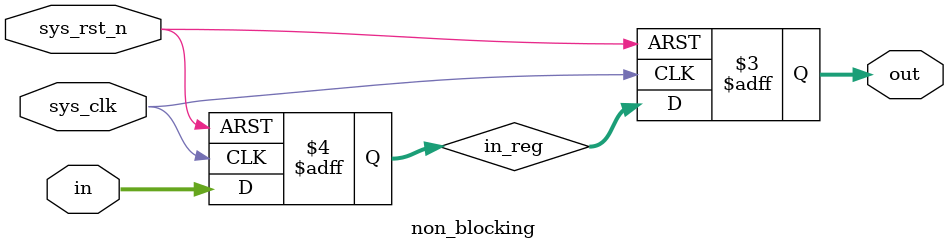
<source format=v>
module non_blocking
(
	input	wire		sys_clk,	//系统时钟50Mhz
	input	wire		sys_rst_n,	//全局复位
	input	wire	[1:0]	in,		//输入按键

	output	reg	[1:0]	out		//输出控制led灯
);

reg [1:0] in_reg;

always@(posedge sys_clk,negedge sys_rst_n)
	if(sys_rst_n == 1'b0)
		begin
			in_reg 	<= 2'b0;
			out	<= 2'b0;
		end
	else
		begin
			in_reg 	<= in;
			out	<= in_reg;
		end

endmodule

</source>
